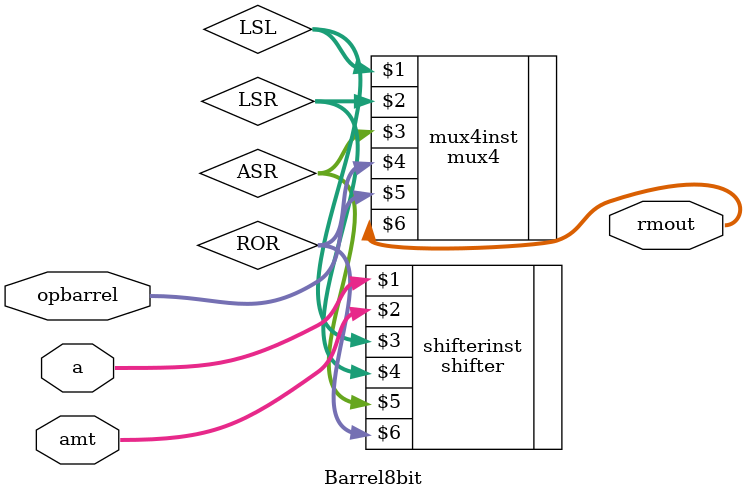
<source format=sv>
module Barrel8bit(input [7:0] a,
                  input [2:0] amt,
                  input [1:0] opbarrel,
                  output [7:0] rmout);
                  
  logic [7:0] LSL, LSR, ASR, ROR;
  
  shifter shifterinst(a, amt, LSL, LSR, ASR, ROR);
  mux4 mux4inst(LSL, LSR, ASR, ROR, opbarrel, rmout);

endmodule 
</source>
